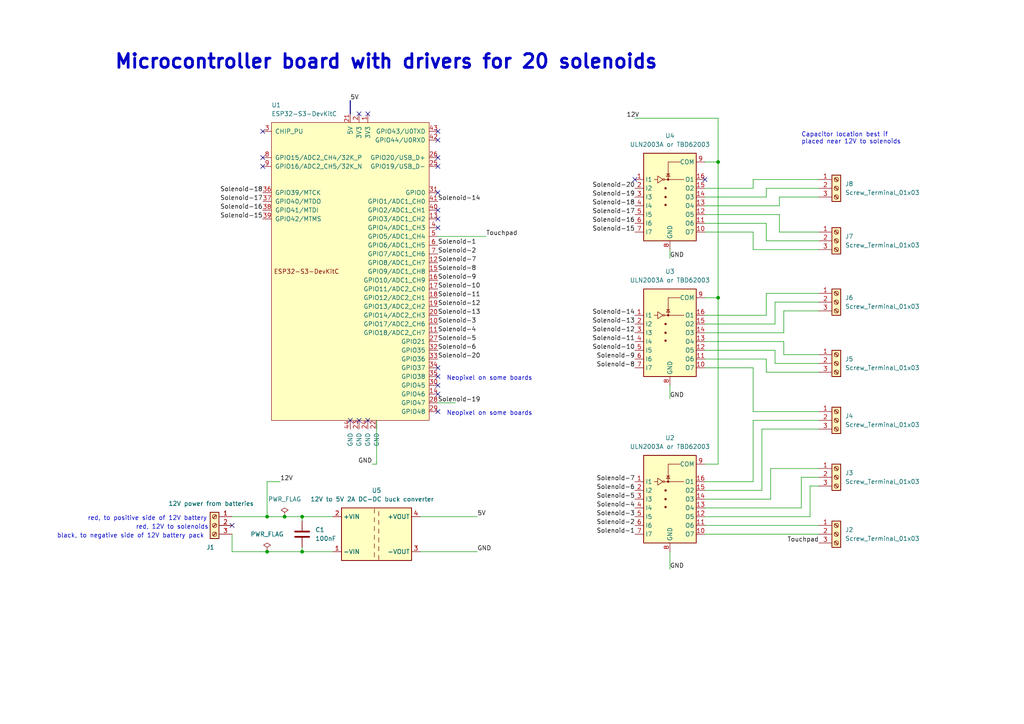
<source format=kicad_sch>
(kicad_sch (version 20230121) (generator eeschema)
  (paper "A4")
  (title_block (title "Microcontroller Board and Solenoid Controller Board") (date "May 2023") (rev "1") (company "(c) Hermann von Borries") (comment 1 "Licensed under MIT license."))
  (lib_symbols
    (symbol "Connector:Screw_Terminal_01x03" (pin_names (offset 1.016) hide)
      (property "Reference" "J" (at 0 5.08 0))
      (property "Value" "Screw_Terminal_01x03" (at 0 -5.08 0))
      (symbol "Screw_Terminal_01x03_1_1"
        (rectangle (start -1.27 3.81) (end 1.27 -3.81) (stroke (width 0.254)) (fill (type background)))
        (circle (center 0 -2.54) (radius 0.635) (stroke (width 0.1524)))
        (polyline (pts (xy -0.5334 -2.2098) (xy 0.3302 -3.048)) (stroke (width 0.1524)))
        (polyline (pts (xy -0.5334 0.3302) (xy 0.3302 -0.508)) (stroke (width 0.1524)))
        (polyline (pts (xy -0.5334 2.8702) (xy 0.3302 2.032)) (stroke (width 0.1524)))
        (polyline (pts (xy -0.3556 -2.032) (xy 0.508 -2.8702)) (stroke (width 0.1524)))
        (polyline (pts (xy -0.3556 0.508) (xy 0.508 -0.3302)) (stroke (width 0.1524)))
        (polyline (pts (xy -0.3556 3.048) (xy 0.508 2.2098)) (stroke (width 0.1524)))
        (circle (center 0 0) (radius 0.635) (stroke (width 0.1524)))
        (circle (center 0 2.54) (radius 0.635) (stroke (width 0.1524)))
        (pin passive line (at -5.08 2.54 0) (length 3.81) (name "Pin_1") (number "1"))
        (pin passive line (at -5.08 0 0) (length 3.81) (name "Pin_2") (number "2"))
        (pin passive line (at -5.08 -2.54 0) (length 3.81) (name "Pin_3") (number "3"))
      )
    )
    (symbol "Device:C" (pin_numbers hide) (pin_names (offset 0.254))
      (property "Reference" "C" (at 0.635 2.54 0))
      (property "Value" "C" (at 0.635 -2.54 0))
      (symbol "C_0_1"
        (polyline (pts (xy -2.032 -0.762) (xy 2.032 -0.762)) (stroke (width 0.508)))
        (polyline (pts (xy -2.032 0.762) (xy 2.032 0.762)) (stroke (width 0.508)))
      )
      (symbol "C_1_1"
        (pin passive line (at 0 3.81 270) (length 2.794) (name "~") (number "1"))
        (pin passive line (at 0 -3.81 90) (length 2.794) (name "~") (number "2"))
      )
    )
    (symbol "Espressif:ESP32-S3-DevKitC" (pin_names (offset 1.016))
      (property "Reference" "U" (at -22.86 48.26 0))
      (property "Value" "ESP32-S3-DevKitC" (at -22.86 45.72 0))
      (symbol "ESP32-S3-DevKitC_0_0"
        (text "ESP32-S3-DevKitC" (at -12.7 0 0) (effects (font (size 1.27 1.27))))
        (pin bidirectional line (at 25.4 -35.56 180) (length 2.54) (name "GPIO46") (number "14"))
        (pin bidirectional line (at 25.4 -10.16 180) (length 2.54) (name "GPIO13/ADC2_CH2") (number "19"))
        (pin bidirectional line (at -25.4 15.24 0) (length 2.54) (name "GPIO42/MTMS") (number "39"))
        (pin bidirectional line (at 25.4 17.78 180) (length 2.54) (name "GPIO2/ADC1_CH1") (number "40"))
        (pin bidirectional line (at 25.4 20.32 180) (length 2.54) (name "GPIO1/ADC1_CH0") (number "41"))
        (pin bidirectional line (at 25.4 38.1 180) (length 2.54) (name "GPIO44/U0RXD") (number "42"))
        (pin bidirectional line (at 25.4 40.64 180) (length 2.54) (name "GPIO43/U0TXD") (number "43"))
      )
      (symbol "ESP32-S3-DevKitC_0_1"
        (rectangle (start -22.86 43.18) (end 22.86 -43.18) (fill (type background)))
      )
      (symbol "ESP32-S3-DevKitC_1_0"
        (pin passive line (at 0 -43.18 270) (length 2.54) (name "GND") (number "44"))
      )
      (symbol "ESP32-S3-DevKitC_1_1"
        (pin power_out line (at 5.08 45.72 270) (length 2.54) (name "3V3") (number "1"))
        (pin bidirectional line (at 25.4 -15.24 180) (length 2.54) (name "GPIO17/ADC2_CH6") (number "10"))
        (pin bidirectional line (at 25.4 -17.78 180) (length 2.54) (name "GPIO18/ADC2_CH7") (number "11"))
        (pin bidirectional line (at 25.4 2.54 180) (length 2.54) (name "GPIO8/ADC1_CH7") (number "12"))
        (pin bidirectional line (at 25.4 15.24 180) (length 2.54) (name "GPIO3/ADC1_CH2") (number "13"))
        (pin bidirectional line (at 25.4 0 180) (length 2.54) (name "GPIO9/ADC1_CH8") (number "15"))
        (pin bidirectional line (at 25.4 -2.54 180) (length 2.54) (name "GPIO10/ADC1_CH9") (number "16"))
        (pin bidirectional line (at 25.4 -5.08 180) (length 2.54) (name "GPIO11/ADC2_CH0") (number "17"))
        (pin bidirectional line (at 25.4 -7.62 180) (length 2.54) (name "GPIO12/ADC2_CH1") (number "18"))
        (pin power_out line (at 2.54 45.72 270) (length 2.54) (name "3V3") (number "2"))
        (pin bidirectional line (at 25.4 -12.7 180) (length 2.54) (name "GPIO14/ADC2_CH3") (number "20"))
        (pin power_in line (at 0 45.72 270) (length 2.54) (name "5V") (number "21"))
        (pin passive line (at 7.62 -43.18 270) (length 2.54) (name "GND") (number "22"))
        (pin passive line (at 2.54 -43.18 270) (length 2.54) (name "GND") (number "23"))
        (pin passive line (at 5.08 -43.18 270) (length 2.54) (name "GND") (number "24"))
        (pin bidirectional line (at 25.4 30.48 180) (length 2.54) (name "GPIO19/USB_D-") (number "25"))
        (pin bidirectional line (at 25.4 33.02 180) (length 2.54) (name "GPIO20/USB_D+") (number "26"))
        (pin bidirectional line (at 25.4 -20.32 180) (length 2.54) (name "GPIO21") (number "27"))
        (pin bidirectional line (at 25.4 -38.1 180) (length 2.54) (name "GPIO47") (number "28"))
        (pin bidirectional line (at 25.4 -40.64 180) (length 2.54) (name "GPIO48") (number "29"))
        (pin input line (at -25.4 40.64 0) (length 2.54) (name "CHIP_PU") (number "3"))
        (pin bidirectional line (at 25.4 -33.02 180) (length 2.54) (name "GPIO45") (number "30"))
        (pin bidirectional line (at 25.4 22.86 180) (length 2.54) (name "GPIO0") (number "31"))
        (pin bidirectional line (at 25.4 -22.86 180) (length 2.54) (name "GPIO35") (number "32"))
        (pin bidirectional line (at 25.4 -25.4 180) (length 2.54) (name "GPIO36") (number "33"))
        (pin bidirectional line (at 25.4 -27.94 180) (length 2.54) (name "GPIO37") (number "34"))
        (pin bidirectional line (at 25.4 -30.48 180) (length 2.54) (name "GPIO38") (number "35"))
        (pin bidirectional line (at -25.4 22.86 0) (length 2.54) (name "GPIO39/MTCK") (number "36"))
        (pin bidirectional line (at -25.4 20.32 0) (length 2.54) (name "GPIO40/MTDO") (number "37"))
        (pin bidirectional line (at -25.4 17.78 0) (length 2.54) (name "GPIO41/MTDI") (number "38"))
        (pin bidirectional line (at 25.4 12.7 180) (length 2.54) (name "GPIO4/ADC1_CH3") (number "4"))
        (pin bidirectional line (at 25.4 10.16 180) (length 2.54) (name "GPIO5/ADC1_CH4") (number "5"))
        (pin bidirectional line (at 25.4 7.62 180) (length 2.54) (name "GPIO6/ADC1_CH5") (number "6"))
        (pin bidirectional line (at 25.4 5.08 180) (length 2.54) (name "GPIO7/ADC1_CH6") (number "7"))
        (pin bidirectional line (at -25.4 33.02 0) (length 2.54) (name "GPIO15/ADC2_CH4/32K_P") (number "8"))
        (pin bidirectional line (at -25.4 30.48 0) (length 2.54) (name "GPIO16/ADC2_CH5/32K_N") (number "9"))
      )
    )
    (symbol "Regulator_Switching:CRE1S1205SC"
      (property "Reference" "U" (at -8.89 8.89 0))
      (property "Value" "CRE1S1205SC" (at 2.54 8.89 0))
      (symbol "CRE1S1205SC_0_1"
        (rectangle (start -10.16 7.62) (end 10.16 -7.62) (stroke (width 0.254)) (fill (type background)))
        (polyline (pts (xy -0.635 -5.334) (xy -0.635 -6.604)))
        (polyline (pts (xy -0.635 -2.794) (xy -0.635 -4.064)))
        (polyline (pts (xy -0.635 -0.254) (xy -0.635 -1.524)))
        (polyline (pts (xy -0.635 2.286) (xy -0.635 1.016)))
        (polyline (pts (xy -0.635 4.826) (xy -0.635 3.556)))
        (polyline (pts (xy -0.635 7.366) (xy -0.635 6.096)))
        (polyline (pts (xy 0.635 -7.366) (xy 0.635 -6.096)))
        (polyline (pts (xy 0.635 -4.826) (xy 0.635 -3.556)))
        (polyline (pts (xy 0.635 -2.286) (xy 0.635 -1.016)))
        (polyline (pts (xy 0.635 0.254) (xy 0.635 1.524)))
        (polyline (pts (xy 0.635 2.794) (xy 0.635 4.064)))
        (polyline (pts (xy 0.635 5.334) (xy 0.635 6.604)))
      )
      (symbol "CRE1S1205SC_1_1"
        (pin power_in line (at -12.7 -5.08 0) (length 2.54) (name "-VIN") (number "1"))
        (pin power_in line (at -12.7 5.08 0) (length 2.54) (name "+VIN") (number "2"))
        (pin power_out line (at 12.7 -5.08 180) (length 2.54) (name "-VOUT") (number "3"))
        (pin power_out line (at 12.7 5.08 180) (length 2.54) (name "+VOUT") (number "4"))
      )
    )
    (symbol "Transistor_Array:ULN2003A"
      (property "Reference" "U" (at 0 15.875 0))
      (property "Value" "ULN2003A" (at 0 13.97 0))
      (symbol "ULN2003A_0_1"
        (rectangle (start -7.62 -12.7) (end 7.62 12.7) (stroke (width 0.254)) (fill (type background)))
        (circle (center -1.778 5.08) (radius 0.254))
        (circle (center -1.27 -2.286) (radius 0.254) (fill (type outline)))
        (circle (center -1.27 0) (radius 0.254) (fill (type outline)))
        (circle (center -1.27 2.54) (radius 0.254) (fill (type outline)))
        (circle (center -0.508 5.08) (radius 0.254) (fill (type outline)))
        (polyline (pts (xy -4.572 5.08) (xy -3.556 5.08)))
        (polyline (pts (xy -1.524 5.08) (xy 4.064 5.08)))
        (polyline (pts (xy 0 6.731) (xy -1.016 6.731)))
        (polyline (pts (xy -0.508 5.08) (xy -0.508 10.16) (xy 2.921 10.16)))
        (polyline (pts (xy -3.556 6.096) (xy -3.556 4.064) (xy -2.032 5.08) (xy -3.556 6.096)))
        (polyline (pts (xy 0 5.969) (xy -1.016 5.969) (xy -0.508 6.731) (xy 0 5.969)))
      )
      (symbol "ULN2003A_1_1"
        (pin input line (at -10.16 5.08 0) (length 2.54) (name "I1") (number "1"))
        (pin open_collector line (at 10.16 -10.16 180) (length 2.54) (name "O7") (number "10"))
        (pin open_collector line (at 10.16 -7.62 180) (length 2.54) (name "O6") (number "11"))
        (pin open_collector line (at 10.16 -5.08 180) (length 2.54) (name "O5") (number "12"))
        (pin open_collector line (at 10.16 -2.54 180) (length 2.54) (name "O4") (number "13"))
        (pin open_collector line (at 10.16 0 180) (length 2.54) (name "O3") (number "14"))
        (pin open_collector line (at 10.16 2.54 180) (length 2.54) (name "O2") (number "15"))
        (pin open_collector line (at 10.16 5.08 180) (length 2.54) (name "O1") (number "16"))
        (pin input line (at -10.16 2.54 0) (length 2.54) (name "I2") (number "2"))
        (pin input line (at -10.16 0 0) (length 2.54) (name "I3") (number "3"))
        (pin input line (at -10.16 -2.54 0) (length 2.54) (name "I4") (number "4"))
        (pin input line (at -10.16 -5.08 0) (length 2.54) (name "I5") (number "5"))
        (pin input line (at -10.16 -7.62 0) (length 2.54) (name "I6") (number "6"))
        (pin input line (at -10.16 -10.16 0) (length 2.54) (name "I7") (number "7"))
        (pin power_in line (at 0 -15.24 90) (length 2.54) (name "GND") (number "8"))
        (pin passive line (at 10.16 10.16 180) (length 2.54) (name "COM") (number "9"))
      )
    )
    (symbol "power:PWR_FLAG" (power) (pin_numbers hide) (pin_names (offset 0) hide)
      (property "Value" "PWR_FLAG" (at 0 3.81 0))
      (symbol "PWR_FLAG_0_0"
        (pin power_out line (at 0 0 90) (length 0) (name "pwr") (number "1"))
      )
      (symbol "PWR_FLAG_0_1"
        (polyline (pts (xy 0 0) (xy 0 1.27) (xy -1.016 1.905) (xy 0 2.54) (xy 1.016 1.905) (xy 0 1.27)))
      )
    )
  )
  (junction (at 208.28 46.99))
  (junction (at 208.28 86.36))
  (junction (at 77.47 149.86))
  (junction (at 87.63 160.02))
  (junction (at 82.55 149.86))
  (junction (at 87.63 149.86))
  (junction (at 77.47 160.02))
  (no_connect (at 127 63.5))
  (no_connect (at 76.2 38.1))
  (no_connect (at 101.6 121.92))
  (no_connect (at 127 60.96))
  (no_connect (at 76.2 45.72))
  (no_connect (at 127 55.88))
  (no_connect (at 106.68 33.02))
  (no_connect (at 127 114.3))
  (no_connect (at 127 66.04))
  (no_connect (at 127 109.22))
  (no_connect (at 127 38.1))
  (no_connect (at 76.2 48.26))
  (no_connect (at 127 48.26))
  (no_connect (at 204.47 52.07))
  (no_connect (at 104.14 121.92))
  (no_connect (at 127 45.72))
  (no_connect (at 104.14 33.02))
  (no_connect (at 184.15 52.07))
  (no_connect (at 106.68 121.92))
  (no_connect (at 127 40.64))
  (no_connect (at 67.31 152.4))
  (no_connect (at 127 119.38))
  (no_connect (at 127 111.76))
  (no_connect (at 127 106.68))
  (wire (pts (xy 232.41 138.43) (xy 237.49 138.43)))
  (wire (pts (xy 204.47 154.94) (xy 237.49 154.94)))
  (wire (pts (xy 121.92 160.02) (xy 138.43 160.02)))
  (wire (pts (xy 226.06 67.31) (xy 226.06 62.23)))
  (wire (pts (xy 87.63 151.13) (xy 87.63 149.86)))
  (wire (pts (xy 224.79 93.98) (xy 224.79 87.63)))
  (wire (pts (xy 218.44 54.61) (xy 218.44 52.07)))
  (wire (pts (xy 222.25 85.09) (xy 237.49 85.09)))
  (wire (pts (xy 194.31 74.93) (xy 194.31 72.39)))
  (bus (pts (xy 101.6 29.21) (xy 101.6 33.02)))
  (wire (pts (xy 204.47 106.68) (xy 218.44 106.68)))
  (wire (pts (xy 227.33 102.87) (xy 237.49 102.87)))
  (wire (pts (xy 208.28 34.29) (xy 208.28 46.99)))
  (wire (pts (xy 222.25 54.61) (xy 237.49 54.61)))
  (wire (pts (xy 109.22 121.92) (xy 109.22 134.62)))
  (wire (pts (xy 194.31 165.1) (xy 194.31 160.02)))
  (wire (pts (xy 227.33 99.06) (xy 227.33 102.87)))
  (wire (pts (xy 87.63 158.75) (xy 87.63 160.02)))
  (wire (pts (xy 204.47 134.62) (xy 208.28 134.62)))
  (wire (pts (xy 204.47 93.98) (xy 224.79 93.98)))
  (wire (pts (xy 223.52 135.89) (xy 223.52 144.78)))
  (wire (pts (xy 204.47 147.32) (xy 232.41 147.32)))
  (wire (pts (xy 204.47 59.69) (xy 226.06 59.69)))
  (wire (pts (xy 220.98 124.46) (xy 220.98 142.24)))
  (wire (pts (xy 218.44 67.31) (xy 218.44 72.39)))
  (wire (pts (xy 222.25 107.95) (xy 237.49 107.95)))
  (wire (pts (xy 107.95 134.62) (xy 109.22 134.62)))
  (wire (pts (xy 222.25 104.14) (xy 222.25 107.95)))
  (wire (pts (xy 204.47 144.78) (xy 223.52 144.78)))
  (wire (pts (xy 204.47 62.23) (xy 226.06 62.23)))
  (wire (pts (xy 222.25 64.77) (xy 222.25 69.85)))
  (wire (pts (xy 222.25 91.44) (xy 222.25 85.09)))
  (wire (pts (xy 227.33 90.17) (xy 237.49 90.17)))
  (wire (pts (xy 222.25 57.15) (xy 222.25 54.61)))
  (wire (pts (xy 204.47 96.52) (xy 227.33 96.52)))
  (wire (pts (xy 204.47 152.4) (xy 237.49 152.4)))
  (wire (pts (xy 208.28 46.99) (xy 208.28 86.36)))
  (wire (pts (xy 204.47 67.31) (xy 218.44 67.31)))
  (wire (pts (xy 218.44 119.38) (xy 237.49 119.38)))
  (wire (pts (xy 77.47 139.7) (xy 81.28 139.7)))
  (wire (pts (xy 132.08 116.84) (xy 127 116.84)))
  (wire (pts (xy 223.52 135.89) (xy 237.49 135.89)))
  (wire (pts (xy 87.63 149.86) (xy 96.52 149.86)))
  (wire (pts (xy 218.44 121.92) (xy 237.49 121.92)))
  (wire (pts (xy 234.95 140.97) (xy 237.49 140.97)))
  (wire (pts (xy 224.79 101.6) (xy 224.79 105.41)))
  (wire (pts (xy 227.33 96.52) (xy 227.33 90.17)))
  (wire (pts (xy 204.47 139.7) (xy 218.44 139.7)))
  (wire (pts (xy 204.47 54.61) (xy 218.44 54.61)))
  (wire (pts (xy 218.44 106.68) (xy 218.44 119.38)))
  (wire (pts (xy 204.47 104.14) (xy 222.25 104.14)))
  (wire (pts (xy 204.47 57.15) (xy 222.25 57.15)))
  (wire (pts (xy 204.47 99.06) (xy 227.33 99.06)))
  (wire (pts (xy 184.15 34.29) (xy 208.28 34.29)))
  (wire (pts (xy 234.95 149.86) (xy 234.95 140.97)))
  (wire (pts (xy 224.79 87.63) (xy 237.49 87.63)))
  (wire (pts (xy 67.31 160.02) (xy 77.47 160.02)))
  (wire (pts (xy 77.47 149.86) (xy 77.47 139.7)))
  (wire (pts (xy 87.63 160.02) (xy 96.52 160.02)))
  (wire (pts (xy 194.31 115.57) (xy 194.31 111.76)))
  (wire (pts (xy 204.47 91.44) (xy 222.25 91.44)))
  (wire (pts (xy 218.44 121.92) (xy 218.44 139.7)))
  (wire (pts (xy 204.47 46.99) (xy 208.28 46.99)))
  (wire (pts (xy 77.47 160.02) (xy 87.63 160.02)))
  (wire (pts (xy 204.47 64.77) (xy 222.25 64.77)))
  (wire (pts (xy 67.31 160.02) (xy 67.31 154.94)))
  (wire (pts (xy 127 68.58) (xy 140.97 68.58)))
  (wire (pts (xy 204.47 149.86) (xy 234.95 149.86)))
  (wire (pts (xy 222.25 69.85) (xy 237.49 69.85)))
  (wire (pts (xy 204.47 101.6) (xy 224.79 101.6)))
  (wire (pts (xy 218.44 72.39) (xy 237.49 72.39)))
  (wire (pts (xy 226.06 59.69) (xy 226.06 57.15)))
  (wire (pts (xy 204.47 86.36) (xy 208.28 86.36)))
  (wire (pts (xy 226.06 67.31) (xy 237.49 67.31)))
  (wire (pts (xy 224.79 105.41) (xy 237.49 105.41)))
  (wire (pts (xy 218.44 52.07) (xy 237.49 52.07)))
  (wire (pts (xy 121.92 149.86) (xy 138.43 149.86)))
  (wire (pts (xy 220.98 124.46) (xy 237.49 124.46)))
  (wire (pts (xy 204.47 142.24) (xy 220.98 142.24)))
  (wire (pts (xy 77.47 149.86) (xy 82.55 149.86)))
  (wire (pts (xy 67.31 149.86) (xy 77.47 149.86)))
  (wire (pts (xy 232.41 147.32) (xy 232.41 138.43)))
  (wire (pts (xy 208.28 134.62) (xy 208.28 86.36)))
  (wire (pts (xy 226.06 57.15) (xy 237.49 57.15)))
  (wire (pts (xy 82.55 149.86) (xy 87.63 149.86)))
  (text "red, to positive side of 12V battery" (at 25.4 151.13 0) (effects (font (size 1.27 1.27)) (justify left bottom)))
  (text "red, 12V to solenoids" (at 39.37 153.67 0) (effects (font (size 1.27 1.27)) (justify left bottom)))
  (text "black, to negative side of 12V battery pack" (at 16.51 156.21 0) (effects (font (size 1.27 1.27)) (justify left bottom)))
  (text "Capacitor location best if\nplaced near 12V to solenoids" (at 232.41 41.91 0) (effects (font (size 1.27 1.27)) (justify left bottom)))
  (text "Microcontroller board with drivers for 20 solenoids" (at 33.02 20.32 0) (effects (font (size 4 4) (thickness 0.8) bold) (justify left bottom)))
  (text "Neopixel on some boards" (at 129.54 110.49 0) (effects (font (size 1.27 1.27)) (justify left bottom)))
  (text "Neopixel on some boards" (at 129.54 120.65 0) (effects (font (size 1.27 1.27)) (justify left bottom)))
  (label "Solenoid-18" (at 184.15 59.69 180))
  (label "Solenoid-16" (at 76.2 60.96 180))
  (label "GND" (at 194.31 115.57 0))
  (label "Solenoid-1" (at 184.15 154.94 180))
  (label "Solenoid-13" (at 127 91.44 0))
  (label "Solenoid-1" (at 127 71.12 0))
  (label "Solenoid-14" (at 184.15 91.44 180))
  (label "12V" (at 81.28 139.7 0))
  (label "Solenoid-2" (at 127 73.66 0))
  (label "Solenoid-19" (at 184.15 57.15 180))
  (label "Touchpad" (at 237.49 157.48 180))
  (label "Solenoid-17" (at 76.2 58.42 180))
  (label "Solenoid-20" (at 184.15 54.61 180))
  (label "Solenoid-8" (at 127 78.74 0))
  (label "GND" (at 138.43 160.02 0))
  (label "GND" (at 107.95 134.62 180))
  (label "Solenoid-4" (at 127 96.52 0))
  (label "Solenoid-11" (at 127 86.36 0))
  (label "Solenoid-12" (at 184.15 96.52 180))
  (label "Solenoid-3" (at 127 93.98 0))
  (label "Solenoid-16" (at 184.15 64.77 180))
  (label "5V" (at 101.6 29.21 0))
  (label "Solenoid-9" (at 184.15 104.14 180))
  (label "Solenoid-10" (at 184.15 101.6 180))
  (label "Solenoid-7" (at 127 76.2 0))
  (label "Solenoid-15" (at 184.15 67.31 180))
  (label "GND" (at 194.31 165.1 0))
  (label "Solenoid-19" (at 127 116.84 0))
  (label "5V" (at 138.43 149.86 0))
  (label "Solenoid-17" (at 184.15 62.23 180))
  (label "Solenoid-4" (at 184.15 147.32 180))
  (label "GND" (at 194.31 74.93 0))
  (label "Solenoid-5" (at 184.15 144.78 180))
  (label "Solenoid-6" (at 184.15 142.24 180))
  (label "Solenoid-10" (at 127 83.82 0))
  (label "Solenoid-14" (at 127 58.42 0))
  (label "Solenoid-2" (at 184.15 152.4 180))
  (label "Solenoid-18" (at 76.2 55.88 180))
  (label "12V" (at 185.42 34.29 180))
  (label "Solenoid-11" (at 184.15 99.06 180))
  (label "Solenoid-6" (at 127 101.6 0))
  (label "Touchpad" (at 140.97 68.58 0))
  (label "Solenoid-7" (at 184.15 139.7 180))
  (label "Solenoid-9" (at 127 81.28 0))
  (label "Solenoid-15" (at 76.2 63.5 180))
  (label "Solenoid-12" (at 127 88.9 0))
  (label "Solenoid-5" (at 127 99.06 0))
  (label "Solenoid-13" (at 184.15 93.98 180))
  (label "Solenoid-3" (at 184.15 149.86 180))
  (label "Solenoid-20" (at 127 104.14 0))
  (label "Solenoid-8" (at 184.15 106.68 180))
  (symbol (lib_id "Transistor_Array:ULN2003A") (at 194.31 144.78 0) (unit 1)
    (property "Reference" "U2" (at 194.31 127 0))
    (property "Value" "ULN2003A or TBD62003" (at 194.31 129.54 0))
    (property "Footprint" "Package_DIP:DIP-16_W7.62mm" (effects hide))
    (property "Datasheet" "http://www.ti.com/lit/ds/symlink/uln2003a.pdf" (effects hide))
  )
  (symbol (lib_id "Transistor_Array:ULN2003A") (at 194.31 96.52 0) (unit 1)
    (property "Reference" "U3" (at 194.31 78.74 0))
    (property "Value" "ULN2003A or TBD62003" (at 194.31 81.28 0))
    (property "Footprint" "Package_DIP:DIP-16_W7.62mm" (effects hide))
    (property "Datasheet" "http://www.ti.com/lit/ds/symlink/uln2003a.pdf" (effects hide))
  )
  (symbol (lib_id "Connector:Screw_Terminal_01x03") (at 242.57 105.41 0) (unit 1)
    (property "Reference" "J5" (at 245.11 104.14 0) (effects (justify left)))
    (property "Value" "Screw_Terminal_01x03" (at 245.11 106.68 0) (effects (justify left)))
  )
  (symbol (lib_id "Connector:Screw_Terminal_01x03") (at 242.57 154.94 0) (unit 1)
    (property "Reference" "J2" (at 245.11 153.67 0) (effects (justify left)))
    (property "Value" "Screw_Terminal_01x03" (at 245.11 156.21 0) (effects (justify left)))
  )
  (symbol (lib_id "Connector:Screw_Terminal_01x03") (at 242.57 69.85 0) (unit 1)
    (property "Reference" "J7" (at 245.11 68.58 0) (effects (justify left)))
    (property "Value" "Screw_Terminal_01x03" (at 245.11 71.12 0) (effects (justify left)))
  )
  (symbol (lib_id "Device:C") (at 87.63 154.94 0) (unit 1)
    (property "Reference" "C1" (at 91.44 153.67 0) (effects (justify left)))
    (property "Value" "100nF" (at 91.44 156.21 0) (effects (justify left)))
  )
  (symbol (lib_id "Connector:Screw_Terminal_01x03") (at 242.57 87.63 0) (unit 1)
    (property "Reference" "J6" (at 245.11 86.36 0) (effects (justify left)))
    (property "Value" "Screw_Terminal_01x03" (at 245.11 88.9 0) (effects (justify left)))
  )
  (symbol (lib_id "Connector:Screw_Terminal_01x03") (at 242.57 121.92 0) (unit 1)
    (property "Reference" "J4" (at 245.11 120.65 0) (effects (justify left)))
    (property "Value" "Screw_Terminal_01x03" (at 245.11 123.19 0) (effects (justify left)))
  )
  (symbol (lib_id "Transistor_Array:ULN2003A") (at 194.31 57.15 0) (unit 1)
    (property "Reference" "U4" (at 194.31 39.37 0))
    (property "Value" "ULN2003A or TBD62003" (at 194.31 41.91 0))
    (property "Footprint" "Package_DIP:DIP-16_W7.62mm" (effects hide))
    (property "Datasheet" "http://www.ti.com/lit/ds/symlink/uln2003a.pdf" (effects hide))
  )
  (symbol (lib_id "power:PWR_FLAG") (at 77.47 160.02 0) (unit 1)
    (property "Reference" "#FLG02" (effects hide))
    (property "Value" "PWR_FLAG" (at 77.47 154.94 0))
  )
  (symbol (lib_id "Connector:Screw_Terminal_01x03") (at 242.57 138.43 0) (unit 1)
    (property "Reference" "J3" (at 245.11 137.16 0) (effects (justify left)))
    (property "Value" "Screw_Terminal_01x03" (at 245.11 139.7 0) (effects (justify left)))
  )
  (symbol (lib_id "Espressif:ESP32-S3-DevKitC") (at 101.6 78.74 0) (unit 1)
    (property "Reference" "U1" (at 78.74 30.48 0) (effects (justify left)))
    (property "Value" "ESP32-S3-DevKitC" (at 78.74 33.02 0) (effects (justify left)))
    (property "Footprint" "Espressif:ESP32-S3-DevKitC" (effects hide))
  )
  (symbol (lib_id "Connector:Screw_Terminal_01x03") (at 242.57 54.61 0) (unit 1)
    (property "Reference" "J8" (at 245.11 53.34 0) (effects (justify left)))
    (property "Value" "Screw_Terminal_01x03" (at 245.11 55.88 0) (effects (justify left)))
  )
  (symbol (lib_id "Regulator_Switching:CRE1S1205SC") (at 109.22 154.94 0) (unit 1)
    (property "Reference" "U5" (at 109.22 142.24 0))
    (property "Value" "12V to 5V 2A DC-DC buck converter" (at 107.95 144.78 0))
    (property "Footprint" "Converter_DCDC:Converter_DCDC_Murata_CRE1xxxxxxSC_THT" (effects hide))
    (property "Datasheet" "http://power.murata.com/datasheet?/data/power/ncl/kdc_cre1.pdf" (effects hide))
  )
  (symbol (lib_id "power:PWR_FLAG") (at 82.55 149.86 0) (unit 1)
    (property "Reference" "#FLG01" (effects hide))
    (property "Value" "PWR_FLAG" (at 82.55 144.78 0))
  )
  (symbol (lib_id "Connector:Screw_Terminal_01x03") (at 62.23 152.4 0) (mirror y) (unit 1)
    (property "Reference" "J1" (at 62.23 158.75 0) (effects (justify left)))
    (property "Value" "12V power from batteries" (at 73.66 146.05 0) (effects (justify left)))
  )
)
</source>
